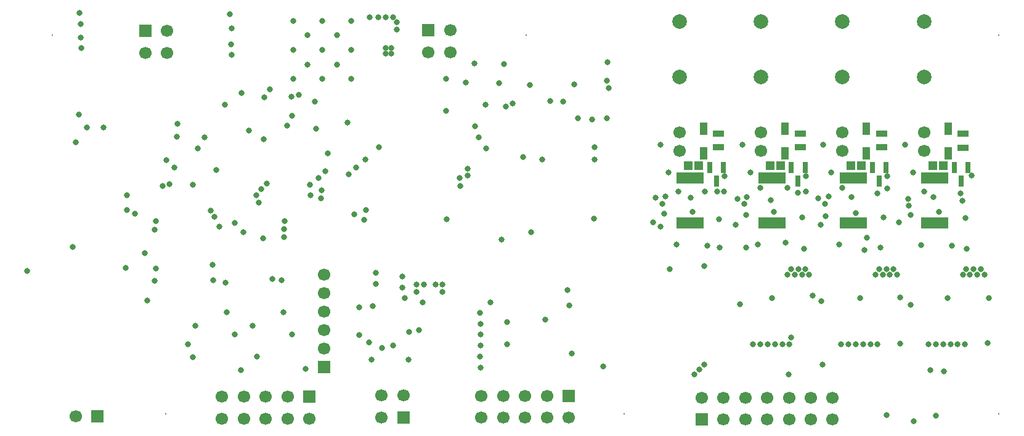
<source format=gbs>
G04*
G04 #@! TF.GenerationSoftware,Altium Limited,Altium Designer,22.0.2 (36)*
G04*
G04 Layer_Color=16711935*
%FSLAX25Y25*%
%MOIN*%
G70*
G04*
G04 #@! TF.SameCoordinates,341058C5-BC88-46A7-A5D1-CF329328C8C1*
G04*
G04*
G04 #@! TF.FilePolarity,Negative*
G04*
G01*
G75*
%ADD66R,0.04528X0.04528*%
%ADD102R,0.03150X0.06299*%
%ADD104R,0.04134X0.07087*%
%ADD105C,0.06693*%
%ADD106C,0.07874*%
%ADD107R,0.06693X0.06693*%
%ADD108R,0.06693X0.06693*%
%ADD109C,0.00787*%
%ADD110C,0.03150*%
%ADD135R,0.05906X0.03543*%
%ADD136R,0.14567X0.06496*%
D66*
X449508Y150000D02*
D03*
X455217D02*
D03*
X361417Y150000D02*
D03*
X367126D02*
D03*
X493799Y149902D02*
D03*
X499508D02*
D03*
X405610Y149996D02*
D03*
X411319D02*
D03*
D102*
X372933Y149016D02*
D03*
X380413D02*
D03*
X376673Y141535D02*
D03*
X417126Y149016D02*
D03*
X424606D02*
D03*
X420866Y141535D02*
D03*
X505315Y149016D02*
D03*
X512795D02*
D03*
X509055Y141535D02*
D03*
X461024Y149016D02*
D03*
X468504D02*
D03*
X464764Y141535D02*
D03*
D104*
X413779Y156688D02*
D03*
Y170074D02*
D03*
X501968Y156595D02*
D03*
Y169980D02*
D03*
X369587Y156693D02*
D03*
Y170079D02*
D03*
X457677Y156693D02*
D03*
Y170079D02*
D03*
D105*
X444685Y168032D02*
D03*
Y158031D02*
D03*
X232677Y211417D02*
D03*
X220866D02*
D03*
X232677Y223228D02*
D03*
X404134Y12598D02*
D03*
Y24409D02*
D03*
X439567D02*
D03*
Y12598D02*
D03*
X427756Y24409D02*
D03*
Y12598D02*
D03*
X415945Y24409D02*
D03*
Y12598D02*
D03*
X392323Y24409D02*
D03*
Y12598D02*
D03*
X380512Y24409D02*
D03*
Y12598D02*
D03*
X368701Y24409D02*
D03*
X164370Y51024D02*
D03*
Y61024D02*
D03*
Y71024D02*
D03*
Y81024D02*
D03*
Y91024D02*
D03*
X79527Y211024D02*
D03*
X67716D02*
D03*
X79527Y222835D02*
D03*
X29921Y14173D02*
D03*
X195473Y13780D02*
D03*
X207283Y25591D02*
D03*
X195473D02*
D03*
X296752Y13580D02*
D03*
X284941Y25391D02*
D03*
Y13580D02*
D03*
X273130Y25391D02*
D03*
Y13580D02*
D03*
X261319Y25391D02*
D03*
Y13580D02*
D03*
X249508Y25391D02*
D03*
Y13580D02*
D03*
X400787Y168027D02*
D03*
Y158027D02*
D03*
X488976Y167933D02*
D03*
Y157933D02*
D03*
X356594Y168032D02*
D03*
Y158031D02*
D03*
X109153Y13088D02*
D03*
Y24899D02*
D03*
X120965Y13088D02*
D03*
Y24899D02*
D03*
X132776Y13088D02*
D03*
Y24899D02*
D03*
X144587Y13088D02*
D03*
Y24899D02*
D03*
X156398Y13088D02*
D03*
D106*
X444685Y198031D02*
D03*
Y228031D02*
D03*
X400787Y228027D02*
D03*
X356594Y198031D02*
D03*
X400787Y198027D02*
D03*
X488976Y197933D02*
D03*
Y227933D02*
D03*
X356594Y228031D02*
D03*
D107*
X220866Y223228D02*
D03*
X164370Y41024D02*
D03*
X67716Y222835D02*
D03*
X41732Y14173D02*
D03*
X207283Y13780D02*
D03*
D108*
X368701Y12598D02*
D03*
X296752Y25391D02*
D03*
X156398Y24899D02*
D03*
D109*
X17325Y220472D02*
D03*
X78642Y15650D02*
D03*
X326673D02*
D03*
X529429Y15748D02*
D03*
X273622Y220472D02*
D03*
X529528D02*
D03*
D110*
X415846Y37008D02*
D03*
X188681Y54429D02*
D03*
X28445Y105905D02*
D03*
X3839Y92815D02*
D03*
X105118Y122343D02*
D03*
X103150Y125591D02*
D03*
X80610Y139961D02*
D03*
X76968Y139075D02*
D03*
X44980Y170669D02*
D03*
X35925D02*
D03*
X30118Y162697D02*
D03*
X31791Y177559D02*
D03*
X433071Y118110D02*
D03*
X463583Y134843D02*
D03*
X444882Y137795D02*
D03*
X449803Y132874D02*
D03*
X451968Y124409D02*
D03*
X497047Y125000D02*
D03*
X514764Y144685D02*
D03*
X508858Y134843D02*
D03*
X509842Y130905D02*
D03*
X489173Y135827D02*
D03*
X494095Y132874D02*
D03*
X480315Y131890D02*
D03*
X426862Y91035D02*
D03*
X474500D02*
D03*
X472532Y93988D02*
D03*
X464657D02*
D03*
X386910Y118012D02*
D03*
X420866Y135335D02*
D03*
X120820Y114124D02*
D03*
X131375Y110775D02*
D03*
X136319Y88583D02*
D03*
X141535Y88090D02*
D03*
X150591Y188189D02*
D03*
X146752Y187303D02*
D03*
X135039Y191437D02*
D03*
X132185Y187106D02*
D03*
X119685Y189370D02*
D03*
X83563Y148819D02*
D03*
X79232Y153051D02*
D03*
X85138Y172539D02*
D03*
X115945Y118996D02*
D03*
X159252Y184744D02*
D03*
X96063Y159252D02*
D03*
X123721Y168996D02*
D03*
X193996Y159941D02*
D03*
X166339Y156791D02*
D03*
X104232Y96161D02*
D03*
X62205Y124016D02*
D03*
X57776Y125984D02*
D03*
X146949Y176969D02*
D03*
X318504Y192028D02*
D03*
X301771Y175664D02*
D03*
X293602Y184557D02*
D03*
X286614Y185039D02*
D03*
X309252Y174803D02*
D03*
X317519Y196063D02*
D03*
X299803Y193898D02*
D03*
X317815Y205906D02*
D03*
X317421Y175591D02*
D03*
X310630Y160039D02*
D03*
X262795Y182086D02*
D03*
X266535Y183563D02*
D03*
X275590Y193701D02*
D03*
X259153Y194685D02*
D03*
X261811Y205118D02*
D03*
X251969Y159153D02*
D03*
X245866Y205413D02*
D03*
X251870Y183071D02*
D03*
X248031Y165354D02*
D03*
X246063Y171161D02*
D03*
X241142Y194882D02*
D03*
X230315Y196850D02*
D03*
X230315Y179626D02*
D03*
X282382Y153150D02*
D03*
X310630D02*
D03*
X272145Y154606D02*
D03*
X171260Y220472D02*
D03*
X179134Y212598D02*
D03*
X171260Y204724D02*
D03*
X163386Y212598D02*
D03*
X155512Y204724D02*
D03*
X163386Y196850D02*
D03*
X155512Y220472D02*
D03*
X147638Y228346D02*
D03*
Y196850D02*
D03*
X179134D02*
D03*
X147638Y212598D02*
D03*
X163386Y228346D02*
D03*
X179134D02*
D03*
X200787Y210630D02*
D03*
Y213583D02*
D03*
X197835D02*
D03*
Y210630D02*
D03*
X188976Y230433D02*
D03*
X193898D02*
D03*
X197835D02*
D03*
X201772D02*
D03*
X203740Y227480D02*
D03*
X203740Y223543D02*
D03*
X315256Y41437D02*
D03*
X129134Y130118D02*
D03*
X133465Y140354D02*
D03*
X130512Y137303D02*
D03*
X127629Y134055D02*
D03*
X242126Y148425D02*
D03*
X351378Y93996D02*
D03*
X349213Y133169D02*
D03*
X241975Y144632D02*
D03*
X437303Y133169D02*
D03*
X237894Y143307D02*
D03*
X393110Y132870D02*
D03*
X238189Y138878D02*
D03*
X392618Y105512D02*
D03*
X370177Y95571D02*
D03*
X180807Y123631D02*
D03*
X348524Y123819D02*
D03*
X310433Y121161D02*
D03*
X369980Y42224D02*
D03*
X367431Y39675D02*
D03*
X364871Y37115D02*
D03*
X414173Y108268D02*
D03*
X361417Y150000D02*
D03*
X405610Y149996D02*
D03*
X449508Y150000D02*
D03*
X493602Y150000D02*
D03*
X480610Y128248D02*
D03*
X511909Y105118D02*
D03*
X481791Y123130D02*
D03*
X431890Y132333D02*
D03*
X406004Y131398D02*
D03*
X415158Y137894D02*
D03*
X400295Y137795D02*
D03*
X380610Y136122D02*
D03*
X425098Y135925D02*
D03*
X469193Y137598D02*
D03*
X230709Y120866D02*
D03*
X342421Y119193D02*
D03*
X346457Y116929D02*
D03*
X392717Y123228D02*
D03*
X475345Y119144D02*
D03*
X435630Y122638D02*
D03*
X142618Y111221D02*
D03*
X142815Y115551D02*
D03*
X143012Y120079D02*
D03*
X186707Y153450D02*
D03*
X177868Y145361D02*
D03*
X181761Y148849D02*
D03*
X161516Y143405D02*
D03*
X165157Y147047D02*
D03*
X423228Y121846D02*
D03*
X424016Y105118D02*
D03*
X467126Y121850D02*
D03*
X465551Y105512D02*
D03*
X380906Y144291D02*
D03*
X425098Y144287D02*
D03*
X468996Y144291D02*
D03*
X387992Y132087D02*
D03*
X343799Y132579D02*
D03*
X192323Y91929D02*
D03*
Y85827D02*
D03*
X99902Y165157D02*
D03*
X157185Y134055D02*
D03*
X144390Y171555D02*
D03*
X131791Y164370D02*
D03*
X163091Y136713D02*
D03*
X162809Y132298D02*
D03*
X195866Y51181D02*
D03*
X224606Y85630D02*
D03*
X228543D02*
D03*
Y81693D02*
D03*
X214567D02*
D03*
Y85630D02*
D03*
X218504D02*
D03*
X187106Y126083D02*
D03*
X210531Y59941D02*
D03*
X189961Y45079D02*
D03*
X210236D02*
D03*
X215846Y60925D02*
D03*
X217815Y75984D02*
D03*
X206693Y89961D02*
D03*
Y83858D02*
D03*
X183465Y58268D02*
D03*
X183465Y73327D02*
D03*
X190748Y73819D02*
D03*
X208169Y78248D02*
D03*
X201772Y52658D02*
D03*
X104429Y87795D02*
D03*
X107579Y116929D02*
D03*
X110894Y182910D02*
D03*
X176906Y173358D02*
D03*
X160039Y170079D02*
D03*
X156595Y139567D02*
D03*
X106201Y147539D02*
D03*
X84744Y165650D02*
D03*
X90847Y53347D02*
D03*
X93307Y139665D02*
D03*
X110925Y86516D02*
D03*
X142559Y70472D02*
D03*
X111653D02*
D03*
X116063Y58661D02*
D03*
X146968D02*
D03*
X125591Y63287D02*
D03*
X128150Y46752D02*
D03*
X93504Y46358D02*
D03*
X94587Y63287D02*
D03*
X154331Y39961D02*
D03*
X119488Y39272D02*
D03*
X248622Y70374D02*
D03*
X67323Y102559D02*
D03*
X68602Y76870D02*
D03*
X73327Y94193D02*
D03*
X72835Y87598D02*
D03*
X57087Y94784D02*
D03*
X57776Y133957D02*
D03*
X73327Y119980D02*
D03*
X72786Y115354D02*
D03*
X114521Y209842D02*
D03*
X114226Y215748D02*
D03*
X113325Y231988D02*
D03*
X114469Y224410D02*
D03*
X33095Y213480D02*
D03*
X32603Y219386D02*
D03*
X32702Y226472D02*
D03*
X32210Y232575D02*
D03*
X481595Y74508D02*
D03*
X509933Y91035D02*
D03*
X491429Y53240D02*
D03*
X495366D02*
D03*
X499303D02*
D03*
X503240D02*
D03*
X507177D02*
D03*
X511114D02*
D03*
X523327Y53937D02*
D03*
X501772Y78150D02*
D03*
X524016Y78347D02*
D03*
X521744Y91035D02*
D03*
X513870D02*
D03*
X517807D02*
D03*
X519776Y93988D02*
D03*
X511902D02*
D03*
X515839D02*
D03*
X424894D02*
D03*
X389370Y74803D02*
D03*
X396547Y53240D02*
D03*
X400484D02*
D03*
X416232D02*
D03*
X408358D02*
D03*
X404421D02*
D03*
X412295D02*
D03*
X417028Y56890D02*
D03*
X428642Y79528D02*
D03*
X418988Y91035D02*
D03*
X422925D02*
D03*
X415051D02*
D03*
X406890Y78150D02*
D03*
X417020Y93988D02*
D03*
X420957D02*
D03*
X454528Y78150D02*
D03*
X378445Y105610D02*
D03*
X475984Y53740D02*
D03*
X433268Y76772D02*
D03*
X476181Y78740D02*
D03*
X186024Y120571D02*
D03*
X495276Y14567D02*
D03*
X456693Y104429D02*
D03*
X433957Y42224D02*
D03*
X458071Y110925D02*
D03*
X511417Y121752D02*
D03*
X478839Y161319D02*
D03*
X487402Y107087D02*
D03*
X483169Y146161D02*
D03*
X504134Y106595D02*
D03*
X434547Y161417D02*
D03*
X443110Y107185D02*
D03*
X435532Y129331D02*
D03*
X438878Y146260D02*
D03*
X390650Y161413D02*
D03*
X399213Y107181D02*
D03*
X391634Y129326D02*
D03*
X394980Y146255D02*
D03*
X407874Y124996D02*
D03*
X371752Y106693D02*
D03*
X346457Y161417D02*
D03*
X492520Y39370D02*
D03*
X499606Y38583D02*
D03*
X468898Y14961D02*
D03*
X297008Y74162D02*
D03*
X298327Y48226D02*
D03*
X263277Y53344D02*
D03*
Y65155D02*
D03*
X248917Y52556D02*
D03*
Y40745D02*
D03*
X248721Y46651D02*
D03*
X276279Y113973D02*
D03*
X295938Y82504D02*
D03*
X254429Y75886D02*
D03*
X260531Y110037D02*
D03*
X283920Y66729D02*
D03*
X248917Y58462D02*
D03*
Y64367D02*
D03*
X483563Y11713D02*
D03*
X459933Y53240D02*
D03*
X463870D02*
D03*
X444185D02*
D03*
X448122D02*
D03*
X468595Y93988D02*
D03*
X470563Y91035D02*
D03*
X466626D02*
D03*
X462689D02*
D03*
X455996Y53240D02*
D03*
X452059D02*
D03*
X378051Y120866D02*
D03*
X347441Y129331D02*
D03*
X355020Y107185D02*
D03*
X370374Y136122D02*
D03*
X377067D02*
D03*
X356201Y135827D02*
D03*
X350787Y146260D02*
D03*
X362697Y132579D02*
D03*
X363681Y125000D02*
D03*
D135*
X465945Y167323D02*
D03*
Y159843D02*
D03*
X377854Y167323D02*
D03*
Y159843D02*
D03*
X510236Y167224D02*
D03*
Y159744D02*
D03*
X422047Y167318D02*
D03*
Y159838D02*
D03*
D136*
X362500Y143307D02*
D03*
Y118898D02*
D03*
X406693Y118893D02*
D03*
Y143303D02*
D03*
X494882Y118799D02*
D03*
Y143209D02*
D03*
X450591Y118898D02*
D03*
Y143307D02*
D03*
M02*

</source>
